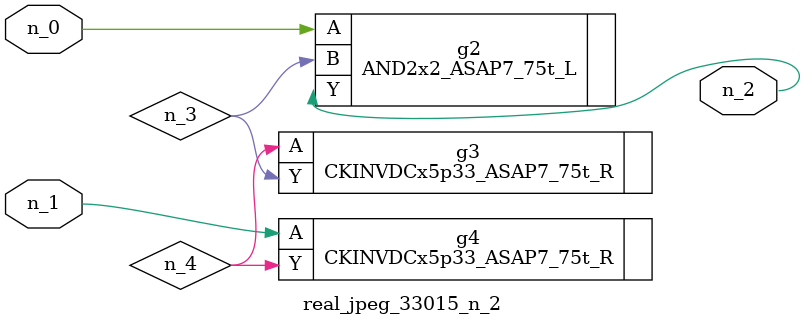
<source format=v>
module real_jpeg_33015_n_2 (n_1, n_0, n_2);

input n_1;
input n_0;

output n_2;

wire n_4;
wire n_3;

AND2x2_ASAP7_75t_L g2 ( 
.A(n_0),
.B(n_3),
.Y(n_2)
);

CKINVDCx5p33_ASAP7_75t_R g4 ( 
.A(n_1),
.Y(n_4)
);

CKINVDCx5p33_ASAP7_75t_R g3 ( 
.A(n_4),
.Y(n_3)
);


endmodule
</source>
